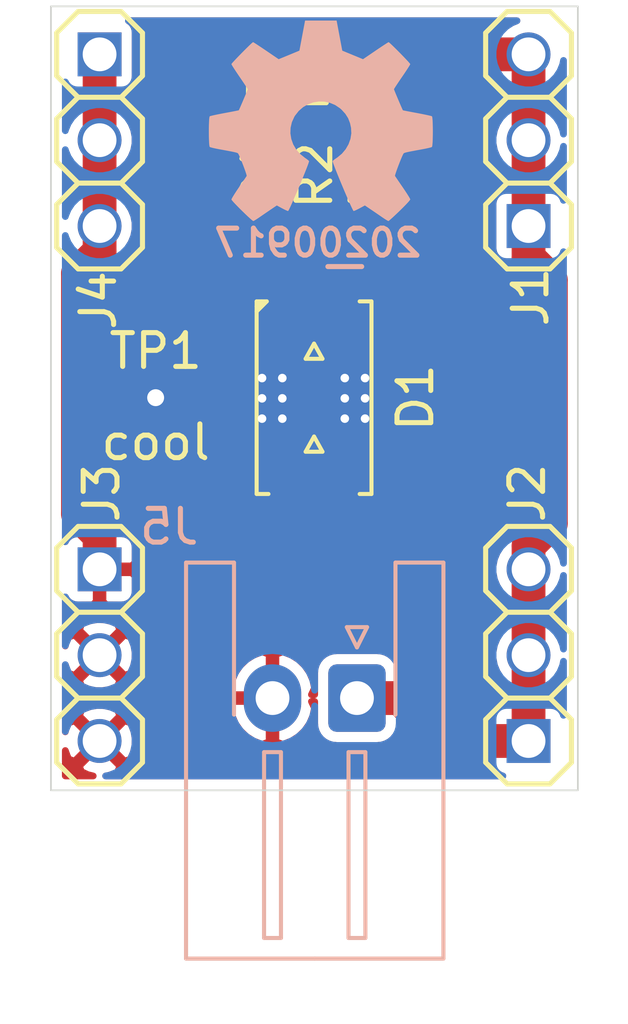
<source format=kicad_pcb>
(kicad_pcb (version 20171130) (host pcbnew 5.1.6-c6e7f7d~87~ubuntu19.10.1)

  (general
    (thickness 1.6)
    (drawings 4)
    (tracks 36)
    (zones 0)
    (modules 12)
    (nets 5)
  )

  (page A4)
  (layers
    (0 F.Cu signal)
    (31 B.Cu signal)
    (32 B.Adhes user)
    (33 F.Adhes user)
    (34 B.Paste user)
    (35 F.Paste user)
    (36 B.SilkS user)
    (37 F.SilkS user)
    (38 B.Mask user)
    (39 F.Mask user)
    (40 Dwgs.User user)
    (41 Cmts.User user)
    (42 Eco1.User user)
    (43 Eco2.User user)
    (44 Edge.Cuts user)
    (45 Margin user)
    (46 B.CrtYd user)
    (47 F.CrtYd user)
    (48 B.Fab user)
    (49 F.Fab user)
  )

  (setup
    (last_trace_width 0.6)
    (user_trace_width 0.2)
    (user_trace_width 0.3)
    (user_trace_width 0.4)
    (user_trace_width 0.6)
    (user_trace_width 0.8)
    (user_trace_width 1)
    (user_trace_width 1.2)
    (user_trace_width 1.4)
    (user_trace_width 1.6)
    (user_trace_width 2)
    (trace_clearance 0.2)
    (zone_clearance 0.3)
    (zone_45_only no)
    (trace_min 0.1524)
    (via_size 0.8)
    (via_drill 0.4)
    (via_min_size 0.381)
    (via_min_drill 0.254)
    (user_via 0.4 0.254)
    (user_via 0.5 0.3)
    (user_via 0.6 0.4)
    (user_via 0.8 0.6)
    (user_via 1.1 0.8)
    (user_via 1.3 1)
    (user_via 1.5 1.2)
    (user_via 1.7 1.4)
    (user_via 1.9 1.6)
    (user_via 2.5 2)
    (uvia_size 0.3)
    (uvia_drill 0.1)
    (uvias_allowed no)
    (uvia_min_size 0.2)
    (uvia_min_drill 0.1)
    (edge_width 0.05)
    (segment_width 0.2)
    (pcb_text_width 0.3)
    (pcb_text_size 1.5 1.5)
    (mod_edge_width 0.12)
    (mod_text_size 0.8 0.8)
    (mod_text_width 0.12)
    (pad_size 1 1)
    (pad_drill 0.5)
    (pad_to_mask_clearance 0.0762)
    (solder_mask_min_width 0.1016)
    (pad_to_paste_clearance_ratio -0.1)
    (aux_axis_origin 0 0)
    (visible_elements FFFFFF7F)
    (pcbplotparams
      (layerselection 0x010fc_ffffffff)
      (usegerberextensions false)
      (usegerberattributes true)
      (usegerberadvancedattributes true)
      (creategerberjobfile true)
      (excludeedgelayer true)
      (linewidth 0.100000)
      (plotframeref false)
      (viasonmask false)
      (mode 1)
      (useauxorigin false)
      (hpglpennumber 1)
      (hpglpenspeed 20)
      (hpglpendiameter 15.000000)
      (psnegative false)
      (psa4output false)
      (plotreference true)
      (plotvalue true)
      (plotinvisibletext false)
      (padsonsilk false)
      (subtractmaskfromsilk false)
      (outputformat 1)
      (mirror false)
      (drillshape 1)
      (scaleselection 1)
      (outputdirectory ""))
  )

  (net 0 "")
  (net 1 /Anode)
  (net 2 "Net-(D1-Pad1)")
  (net 3 /Cathode)
  (net 4 /Cooling)

  (net_class Default "This is the default net class."
    (clearance 0.2)
    (trace_width 0.25)
    (via_dia 0.8)
    (via_drill 0.4)
    (uvia_dia 0.3)
    (uvia_drill 0.1)
    (add_net /Anode)
    (add_net /Cathode)
    (add_net /Cooling)
    (add_net "Net-(D1-Pad1)")
  )

  (module SquantorTestPoints:TestPoint_hole_H05R10 (layer F.Cu) (tedit 5F6349FE) (tstamp 5F63C9D7)
    (at 156.6 68.58)
    (descr "Test point with 0.5mm hole and 1.0mm annular ring")
    (tags "Test Point hole 0.5mm ")
    (path /5F6441A6)
    (fp_text reference TP1 (at 0 -1.38) (layer F.SilkS)
      (effects (font (size 1 1) (thickness 0.15)))
    )
    (fp_text value cool (at 0 1.32) (layer F.SilkS)
      (effects (font (size 1 1) (thickness 0.15)))
    )
    (fp_circle (center 0 0) (end 0.7 0) (layer B.CrtYd) (width 0.12))
    (fp_circle (center 0 0) (end 0.7 0) (layer F.CrtYd) (width 0.12))
    (pad 1 thru_hole circle (at 0 0) (size 1 1) (drill 0.5) (layers *.Cu *.Mask)
      (net 4 /Cooling) (zone_connect 2))
  )

  (module SquantorRcl:R_0603_hand (layer F.Cu) (tedit 5D440259) (tstamp 5F63B915)
    (at 162.9 59.6 90)
    (descr "Resistor SMD 0603, reflow soldering, Vishay (see dcrcw.pdf)")
    (tags "resistor 0603")
    (path /5F637C97)
    (attr smd)
    (fp_text reference R3 (at -2.4 0 90) (layer F.SilkS)
      (effects (font (size 1 1) (thickness 0.15)))
    )
    (fp_text value TBD (at -2.8 0 90) (layer F.Fab)
      (effects (font (size 1 1) (thickness 0.15)))
    )
    (fp_line (start -0.8 0.4) (end -0.8 -0.4) (layer F.Fab) (width 0.1))
    (fp_line (start 0.8 0.4) (end -0.8 0.4) (layer F.Fab) (width 0.1))
    (fp_line (start 0.8 -0.4) (end 0.8 0.4) (layer F.Fab) (width 0.1))
    (fp_line (start -0.8 -0.4) (end 0.8 -0.4) (layer F.Fab) (width 0.1))
    (fp_line (start -1.45 -0.75) (end 1.45 -0.75) (layer F.CrtYd) (width 0.05))
    (fp_line (start -1.45 0.75) (end 1.45 0.75) (layer F.CrtYd) (width 0.05))
    (fp_line (start -1.45 -0.75) (end -1.45 0.75) (layer F.CrtYd) (width 0.05))
    (fp_line (start 1.45 -0.75) (end 1.45 0.75) (layer F.CrtYd) (width 0.05))
    (fp_line (start 0.25 -0.35) (end 0.25 0.35) (layer F.SilkS) (width 0.15))
    (fp_line (start -0.25 0.35) (end -0.25 -0.35) (layer F.SilkS) (width 0.15))
    (fp_line (start -0.25 -0.35) (end 0.25 -0.35) (layer F.SilkS) (width 0.15))
    (fp_line (start 0.25 0.35) (end -0.25 0.35) (layer F.SilkS) (width 0.15))
    (fp_line (start -0.1 0.35) (end -0.1 -0.35) (layer F.SilkS) (width 0.15))
    (fp_line (start -0.1 -0.35) (end 0.1 -0.35) (layer F.SilkS) (width 0.15))
    (fp_line (start 0.1 -0.35) (end 0.1 0.35) (layer F.SilkS) (width 0.15))
    (fp_line (start 0 0.35) (end 0 -0.35) (layer F.SilkS) (width 0.15))
    (pad 2 smd rect (at 0.85 0 90) (size 0.7 0.9) (layers F.Cu F.Paste F.Mask)
      (net 3 /Cathode))
    (pad 1 smd rect (at -0.85 0 90) (size 0.7 0.9) (layers F.Cu F.Paste F.Mask)
      (net 2 "Net-(D1-Pad1)"))
    (model ${KISYS3DMOD}/Resistor_SMD.3dshapes/R_0603_1608Metric.step
      (at (xyz 0 0 0))
      (scale (xyz 1 1 1))
      (rotate (xyz 0 0 0))
    )
  )

  (module SquantorRcl:R_0603_hand (layer F.Cu) (tedit 5D440259) (tstamp 5F63B8FF)
    (at 161.3 59.6 90)
    (descr "Resistor SMD 0603, reflow soldering, Vishay (see dcrcw.pdf)")
    (tags "resistor 0603")
    (path /5F636AEC)
    (attr smd)
    (fp_text reference R2 (at -2.4 0 90) (layer F.SilkS)
      (effects (font (size 1 1) (thickness 0.15)))
    )
    (fp_text value TBD (at -2.8 0 90) (layer F.Fab)
      (effects (font (size 1 1) (thickness 0.15)))
    )
    (fp_line (start -0.8 0.4) (end -0.8 -0.4) (layer F.Fab) (width 0.1))
    (fp_line (start 0.8 0.4) (end -0.8 0.4) (layer F.Fab) (width 0.1))
    (fp_line (start 0.8 -0.4) (end 0.8 0.4) (layer F.Fab) (width 0.1))
    (fp_line (start -0.8 -0.4) (end 0.8 -0.4) (layer F.Fab) (width 0.1))
    (fp_line (start -1.45 -0.75) (end 1.45 -0.75) (layer F.CrtYd) (width 0.05))
    (fp_line (start -1.45 0.75) (end 1.45 0.75) (layer F.CrtYd) (width 0.05))
    (fp_line (start -1.45 -0.75) (end -1.45 0.75) (layer F.CrtYd) (width 0.05))
    (fp_line (start 1.45 -0.75) (end 1.45 0.75) (layer F.CrtYd) (width 0.05))
    (fp_line (start 0.25 -0.35) (end 0.25 0.35) (layer F.SilkS) (width 0.15))
    (fp_line (start -0.25 0.35) (end -0.25 -0.35) (layer F.SilkS) (width 0.15))
    (fp_line (start -0.25 -0.35) (end 0.25 -0.35) (layer F.SilkS) (width 0.15))
    (fp_line (start 0.25 0.35) (end -0.25 0.35) (layer F.SilkS) (width 0.15))
    (fp_line (start -0.1 0.35) (end -0.1 -0.35) (layer F.SilkS) (width 0.15))
    (fp_line (start -0.1 -0.35) (end 0.1 -0.35) (layer F.SilkS) (width 0.15))
    (fp_line (start 0.1 -0.35) (end 0.1 0.35) (layer F.SilkS) (width 0.15))
    (fp_line (start 0 0.35) (end 0 -0.35) (layer F.SilkS) (width 0.15))
    (pad 2 smd rect (at 0.85 0 90) (size 0.7 0.9) (layers F.Cu F.Paste F.Mask)
      (net 3 /Cathode))
    (pad 1 smd rect (at -0.85 0 90) (size 0.7 0.9) (layers F.Cu F.Paste F.Mask)
      (net 2 "Net-(D1-Pad1)"))
    (model ${KISYS3DMOD}/Resistor_SMD.3dshapes/R_0603_1608Metric.step
      (at (xyz 0 0 0))
      (scale (xyz 1 1 1))
      (rotate (xyz 0 0 0))
    )
  )

  (module SquantorRcl:R_0603_hand (layer F.Cu) (tedit 5D440259) (tstamp 5F63B8E9)
    (at 159.7 59.6 90)
    (descr "Resistor SMD 0603, reflow soldering, Vishay (see dcrcw.pdf)")
    (tags "resistor 0603")
    (path /5F639E33)
    (attr smd)
    (fp_text reference R1 (at -2.4 0 90) (layer F.SilkS)
      (effects (font (size 1 1) (thickness 0.15)))
    )
    (fp_text value TBD (at -2.8 0 90) (layer F.Fab)
      (effects (font (size 1 1) (thickness 0.15)))
    )
    (fp_line (start -0.8 0.4) (end -0.8 -0.4) (layer F.Fab) (width 0.1))
    (fp_line (start 0.8 0.4) (end -0.8 0.4) (layer F.Fab) (width 0.1))
    (fp_line (start 0.8 -0.4) (end 0.8 0.4) (layer F.Fab) (width 0.1))
    (fp_line (start -0.8 -0.4) (end 0.8 -0.4) (layer F.Fab) (width 0.1))
    (fp_line (start -1.45 -0.75) (end 1.45 -0.75) (layer F.CrtYd) (width 0.05))
    (fp_line (start -1.45 0.75) (end 1.45 0.75) (layer F.CrtYd) (width 0.05))
    (fp_line (start -1.45 -0.75) (end -1.45 0.75) (layer F.CrtYd) (width 0.05))
    (fp_line (start 1.45 -0.75) (end 1.45 0.75) (layer F.CrtYd) (width 0.05))
    (fp_line (start 0.25 -0.35) (end 0.25 0.35) (layer F.SilkS) (width 0.15))
    (fp_line (start -0.25 0.35) (end -0.25 -0.35) (layer F.SilkS) (width 0.15))
    (fp_line (start -0.25 -0.35) (end 0.25 -0.35) (layer F.SilkS) (width 0.15))
    (fp_line (start 0.25 0.35) (end -0.25 0.35) (layer F.SilkS) (width 0.15))
    (fp_line (start -0.1 0.35) (end -0.1 -0.35) (layer F.SilkS) (width 0.15))
    (fp_line (start -0.1 -0.35) (end 0.1 -0.35) (layer F.SilkS) (width 0.15))
    (fp_line (start 0.1 -0.35) (end 0.1 0.35) (layer F.SilkS) (width 0.15))
    (fp_line (start 0 0.35) (end 0 -0.35) (layer F.SilkS) (width 0.15))
    (pad 2 smd rect (at 0.85 0 90) (size 0.7 0.9) (layers F.Cu F.Paste F.Mask)
      (net 3 /Cathode))
    (pad 1 smd rect (at -0.85 0 90) (size 0.7 0.9) (layers F.Cu F.Paste F.Mask)
      (net 2 "Net-(D1-Pad1)"))
    (model ${KISYS3DMOD}/Resistor_SMD.3dshapes/R_0603_1608Metric.step
      (at (xyz 0 0 0))
      (scale (xyz 1 1 1))
      (rotate (xyz 0 0 0))
    )
  )

  (module Connector_JST:JST_XH_S2B-XH-A-1_1x02_P2.50mm_Horizontal (layer B.Cu) (tedit 5C281476) (tstamp 5F63B8C3)
    (at 162.56 77.47 180)
    (descr "JST XH series connector, S2B-XH-A-1 (http://www.jst-mfg.com/product/pdf/eng/eXH.pdf), generated with kicad-footprint-generator")
    (tags "connector JST XH horizontal")
    (path /5F63DE44)
    (fp_text reference J5 (at 5.56 5.07) (layer B.SilkS)
      (effects (font (size 1 1) (thickness 0.15)) (justify mirror))
    )
    (fp_text value PINS_1X02 (at 1.25 -8.8) (layer B.Fab)
      (effects (font (size 1 1) (thickness 0.15)) (justify mirror))
    )
    (fp_text user %R (at 1.25 -1.85) (layer B.Fab)
      (effects (font (size 1 1) (thickness 0.15)) (justify mirror))
    )
    (fp_line (start -2.95 4.4) (end -2.95 -8.1) (layer B.CrtYd) (width 0.05))
    (fp_line (start -2.95 -8.1) (end 5.45 -8.1) (layer B.CrtYd) (width 0.05))
    (fp_line (start 5.45 -8.1) (end 5.45 4.4) (layer B.CrtYd) (width 0.05))
    (fp_line (start 5.45 4.4) (end -2.95 4.4) (layer B.CrtYd) (width 0.05))
    (fp_line (start 1.25 -7.71) (end -2.56 -7.71) (layer B.SilkS) (width 0.12))
    (fp_line (start -2.56 -7.71) (end -2.56 4.01) (layer B.SilkS) (width 0.12))
    (fp_line (start -2.56 4.01) (end -1.14 4.01) (layer B.SilkS) (width 0.12))
    (fp_line (start -1.14 4.01) (end -1.14 -0.49) (layer B.SilkS) (width 0.12))
    (fp_line (start 1.25 -7.71) (end 5.06 -7.71) (layer B.SilkS) (width 0.12))
    (fp_line (start 5.06 -7.71) (end 5.06 4.01) (layer B.SilkS) (width 0.12))
    (fp_line (start 5.06 4.01) (end 3.64 4.01) (layer B.SilkS) (width 0.12))
    (fp_line (start 3.64 4.01) (end 3.64 -0.49) (layer B.SilkS) (width 0.12))
    (fp_line (start 1.25 -7.6) (end -2.45 -7.6) (layer B.Fab) (width 0.1))
    (fp_line (start -2.45 -7.6) (end -2.45 3.9) (layer B.Fab) (width 0.1))
    (fp_line (start -2.45 3.9) (end -1.25 3.9) (layer B.Fab) (width 0.1))
    (fp_line (start -1.25 3.9) (end -1.25 -0.6) (layer B.Fab) (width 0.1))
    (fp_line (start -1.25 -0.6) (end 1.25 -0.6) (layer B.Fab) (width 0.1))
    (fp_line (start 1.25 -7.6) (end 4.95 -7.6) (layer B.Fab) (width 0.1))
    (fp_line (start 4.95 -7.6) (end 4.95 3.9) (layer B.Fab) (width 0.1))
    (fp_line (start 4.95 3.9) (end 3.75 3.9) (layer B.Fab) (width 0.1))
    (fp_line (start 3.75 3.9) (end 3.75 -0.6) (layer B.Fab) (width 0.1))
    (fp_line (start 3.75 -0.6) (end 1.25 -0.6) (layer B.Fab) (width 0.1))
    (fp_line (start -0.25 -1.6) (end -0.25 -7.1) (layer B.SilkS) (width 0.12))
    (fp_line (start -0.25 -7.1) (end 0.25 -7.1) (layer B.SilkS) (width 0.12))
    (fp_line (start 0.25 -7.1) (end 0.25 -1.6) (layer B.SilkS) (width 0.12))
    (fp_line (start 0.25 -1.6) (end -0.25 -1.6) (layer B.SilkS) (width 0.12))
    (fp_line (start 2.25 -1.6) (end 2.25 -7.1) (layer B.SilkS) (width 0.12))
    (fp_line (start 2.25 -7.1) (end 2.75 -7.1) (layer B.SilkS) (width 0.12))
    (fp_line (start 2.75 -7.1) (end 2.75 -1.6) (layer B.SilkS) (width 0.12))
    (fp_line (start 2.75 -1.6) (end 2.25 -1.6) (layer B.SilkS) (width 0.12))
    (fp_line (start 0 1.5) (end -0.3 2.1) (layer B.SilkS) (width 0.12))
    (fp_line (start -0.3 2.1) (end 0.3 2.1) (layer B.SilkS) (width 0.12))
    (fp_line (start 0.3 2.1) (end 0 1.5) (layer B.SilkS) (width 0.12))
    (fp_line (start -0.625 -0.6) (end 0 0.4) (layer B.Fab) (width 0.1))
    (fp_line (start 0 0.4) (end 0.625 -0.6) (layer B.Fab) (width 0.1))
    (pad 2 thru_hole oval (at 2.5 0 180) (size 1.7 2) (drill 1) (layers *.Cu *.Mask)
      (net 1 /Anode))
    (pad 1 thru_hole roundrect (at 0 0 180) (size 1.7 2) (drill 1) (layers *.Cu *.Mask) (roundrect_rratio 0.147059)
      (net 3 /Cathode))
    (model ${KISYS3DMOD}/Connector_JST.3dshapes/JST_XH_S2B-XH-A-1_1x02_P2.50mm_Horizontal.wrl
      (at (xyz 0 0 0))
      (scale (xyz 1 1 1))
      (rotate (xyz 0 0 0))
    )
  )

  (module SquantorConnectors:Header-0254-1X03-H010 (layer F.Cu) (tedit 5BE2003D) (tstamp 5F63C839)
    (at 154.94 60.96 270)
    (descr "PIN HEADER")
    (tags "PIN HEADER")
    (path /5F624E4B)
    (attr virtual)
    (fp_text reference J4 (at 4.74 0.04 90) (layer F.SilkS)
      (effects (font (size 1 1) (thickness 0.15)))
    )
    (fp_text value PINS_1X03 (at 0 2.1 90) (layer F.Fab)
      (effects (font (size 1 1) (thickness 0.15)))
    )
    (fp_line (start -3.175 -1.27) (end -1.905 -1.27) (layer F.SilkS) (width 0.15))
    (fp_line (start -1.905 -1.27) (end -1.27 -0.635) (layer F.SilkS) (width 0.15))
    (fp_line (start -1.27 -0.635) (end -1.27 0.635) (layer F.SilkS) (width 0.15))
    (fp_line (start -1.27 0.635) (end -1.905 1.27) (layer F.SilkS) (width 0.15))
    (fp_line (start -1.27 -0.635) (end -0.635 -1.27) (layer F.SilkS) (width 0.15))
    (fp_line (start -0.635 -1.27) (end 0.635 -1.27) (layer F.SilkS) (width 0.15))
    (fp_line (start 0.635 -1.27) (end 1.27 -0.635) (layer F.SilkS) (width 0.15))
    (fp_line (start 1.27 -0.635) (end 1.27 0.635) (layer F.SilkS) (width 0.15))
    (fp_line (start 1.27 0.635) (end 0.635 1.27) (layer F.SilkS) (width 0.15))
    (fp_line (start 0.635 1.27) (end -0.635 1.27) (layer F.SilkS) (width 0.15))
    (fp_line (start -0.635 1.27) (end -1.27 0.635) (layer F.SilkS) (width 0.15))
    (fp_line (start -3.81 -0.635) (end -3.81 0.635) (layer F.SilkS) (width 0.15))
    (fp_line (start -3.175 -1.27) (end -3.81 -0.635) (layer F.SilkS) (width 0.15))
    (fp_line (start -3.81 0.635) (end -3.175 1.27) (layer F.SilkS) (width 0.15))
    (fp_line (start -1.905 1.27) (end -3.175 1.27) (layer F.SilkS) (width 0.15))
    (fp_line (start 1.27 -0.635) (end 1.905 -1.27) (layer F.SilkS) (width 0.15))
    (fp_line (start 1.905 -1.27) (end 3.175 -1.27) (layer F.SilkS) (width 0.15))
    (fp_line (start 3.175 -1.27) (end 3.81 -0.635) (layer F.SilkS) (width 0.15))
    (fp_line (start 3.81 -0.635) (end 3.81 0.635) (layer F.SilkS) (width 0.15))
    (fp_line (start 3.81 0.635) (end 3.175 1.27) (layer F.SilkS) (width 0.15))
    (fp_line (start 3.175 1.27) (end 1.905 1.27) (layer F.SilkS) (width 0.15))
    (fp_line (start 1.905 1.27) (end 1.27 0.635) (layer F.SilkS) (width 0.15))
    (pad 3 thru_hole circle (at 2.54 0 90) (size 1.3 1.3) (drill 1) (layers *.Cu *.Mask)
      (net 1 /Anode))
    (pad 2 thru_hole circle (at 0 0 90) (size 1.3 1.3) (drill 1) (layers *.Cu *.Mask)
      (net 1 /Anode))
    (pad 1 thru_hole rect (at -2.54 0 90) (size 1.3 1.3) (drill 1) (layers *.Cu *.Mask)
      (net 1 /Anode))
  )

  (module SquantorConnectors:Header-0254-1X03-H010 (layer F.Cu) (tedit 5BE2003D) (tstamp 5F63B87C)
    (at 154.94 76.2 270)
    (descr "PIN HEADER")
    (tags "PIN HEADER")
    (path /5F62349D)
    (attr virtual)
    (fp_text reference J3 (at -4.8 -0.06 90) (layer F.SilkS)
      (effects (font (size 1 1) (thickness 0.15)))
    )
    (fp_text value PINS_1X03 (at 0 2.1 90) (layer F.Fab)
      (effects (font (size 1 1) (thickness 0.15)))
    )
    (fp_line (start -3.175 -1.27) (end -1.905 -1.27) (layer F.SilkS) (width 0.15))
    (fp_line (start -1.905 -1.27) (end -1.27 -0.635) (layer F.SilkS) (width 0.15))
    (fp_line (start -1.27 -0.635) (end -1.27 0.635) (layer F.SilkS) (width 0.15))
    (fp_line (start -1.27 0.635) (end -1.905 1.27) (layer F.SilkS) (width 0.15))
    (fp_line (start -1.27 -0.635) (end -0.635 -1.27) (layer F.SilkS) (width 0.15))
    (fp_line (start -0.635 -1.27) (end 0.635 -1.27) (layer F.SilkS) (width 0.15))
    (fp_line (start 0.635 -1.27) (end 1.27 -0.635) (layer F.SilkS) (width 0.15))
    (fp_line (start 1.27 -0.635) (end 1.27 0.635) (layer F.SilkS) (width 0.15))
    (fp_line (start 1.27 0.635) (end 0.635 1.27) (layer F.SilkS) (width 0.15))
    (fp_line (start 0.635 1.27) (end -0.635 1.27) (layer F.SilkS) (width 0.15))
    (fp_line (start -0.635 1.27) (end -1.27 0.635) (layer F.SilkS) (width 0.15))
    (fp_line (start -3.81 -0.635) (end -3.81 0.635) (layer F.SilkS) (width 0.15))
    (fp_line (start -3.175 -1.27) (end -3.81 -0.635) (layer F.SilkS) (width 0.15))
    (fp_line (start -3.81 0.635) (end -3.175 1.27) (layer F.SilkS) (width 0.15))
    (fp_line (start -1.905 1.27) (end -3.175 1.27) (layer F.SilkS) (width 0.15))
    (fp_line (start 1.27 -0.635) (end 1.905 -1.27) (layer F.SilkS) (width 0.15))
    (fp_line (start 1.905 -1.27) (end 3.175 -1.27) (layer F.SilkS) (width 0.15))
    (fp_line (start 3.175 -1.27) (end 3.81 -0.635) (layer F.SilkS) (width 0.15))
    (fp_line (start 3.81 -0.635) (end 3.81 0.635) (layer F.SilkS) (width 0.15))
    (fp_line (start 3.81 0.635) (end 3.175 1.27) (layer F.SilkS) (width 0.15))
    (fp_line (start 3.175 1.27) (end 1.905 1.27) (layer F.SilkS) (width 0.15))
    (fp_line (start 1.905 1.27) (end 1.27 0.635) (layer F.SilkS) (width 0.15))
    (pad 3 thru_hole circle (at 2.54 0 90) (size 1.3 1.3) (drill 1) (layers *.Cu *.Mask)
      (net 1 /Anode))
    (pad 2 thru_hole circle (at 0 0 90) (size 1.3 1.3) (drill 1) (layers *.Cu *.Mask)
      (net 1 /Anode))
    (pad 1 thru_hole rect (at -2.54 0 90) (size 1.3 1.3) (drill 1) (layers *.Cu *.Mask)
      (net 1 /Anode))
  )

  (module SquantorConnectors:Header-0254-1X03-H010 (layer F.Cu) (tedit 5BE2003D) (tstamp 5F63B85F)
    (at 167.64 76.2 90)
    (descr "PIN HEADER")
    (tags "PIN HEADER")
    (path /5F6224F3)
    (attr virtual)
    (fp_text reference J2 (at 4.8 -0.04 90) (layer F.SilkS)
      (effects (font (size 1 1) (thickness 0.15)))
    )
    (fp_text value PINS_1X03 (at 0 2.1 90) (layer F.Fab)
      (effects (font (size 1 1) (thickness 0.15)))
    )
    (fp_line (start -3.175 -1.27) (end -1.905 -1.27) (layer F.SilkS) (width 0.15))
    (fp_line (start -1.905 -1.27) (end -1.27 -0.635) (layer F.SilkS) (width 0.15))
    (fp_line (start -1.27 -0.635) (end -1.27 0.635) (layer F.SilkS) (width 0.15))
    (fp_line (start -1.27 0.635) (end -1.905 1.27) (layer F.SilkS) (width 0.15))
    (fp_line (start -1.27 -0.635) (end -0.635 -1.27) (layer F.SilkS) (width 0.15))
    (fp_line (start -0.635 -1.27) (end 0.635 -1.27) (layer F.SilkS) (width 0.15))
    (fp_line (start 0.635 -1.27) (end 1.27 -0.635) (layer F.SilkS) (width 0.15))
    (fp_line (start 1.27 -0.635) (end 1.27 0.635) (layer F.SilkS) (width 0.15))
    (fp_line (start 1.27 0.635) (end 0.635 1.27) (layer F.SilkS) (width 0.15))
    (fp_line (start 0.635 1.27) (end -0.635 1.27) (layer F.SilkS) (width 0.15))
    (fp_line (start -0.635 1.27) (end -1.27 0.635) (layer F.SilkS) (width 0.15))
    (fp_line (start -3.81 -0.635) (end -3.81 0.635) (layer F.SilkS) (width 0.15))
    (fp_line (start -3.175 -1.27) (end -3.81 -0.635) (layer F.SilkS) (width 0.15))
    (fp_line (start -3.81 0.635) (end -3.175 1.27) (layer F.SilkS) (width 0.15))
    (fp_line (start -1.905 1.27) (end -3.175 1.27) (layer F.SilkS) (width 0.15))
    (fp_line (start 1.27 -0.635) (end 1.905 -1.27) (layer F.SilkS) (width 0.15))
    (fp_line (start 1.905 -1.27) (end 3.175 -1.27) (layer F.SilkS) (width 0.15))
    (fp_line (start 3.175 -1.27) (end 3.81 -0.635) (layer F.SilkS) (width 0.15))
    (fp_line (start 3.81 -0.635) (end 3.81 0.635) (layer F.SilkS) (width 0.15))
    (fp_line (start 3.81 0.635) (end 3.175 1.27) (layer F.SilkS) (width 0.15))
    (fp_line (start 3.175 1.27) (end 1.905 1.27) (layer F.SilkS) (width 0.15))
    (fp_line (start 1.905 1.27) (end 1.27 0.635) (layer F.SilkS) (width 0.15))
    (pad 3 thru_hole circle (at 2.54 0 270) (size 1.3 1.3) (drill 1) (layers *.Cu *.Mask)
      (net 3 /Cathode))
    (pad 2 thru_hole circle (at 0 0 270) (size 1.3 1.3) (drill 1) (layers *.Cu *.Mask)
      (net 3 /Cathode))
    (pad 1 thru_hole rect (at -2.54 0 270) (size 1.3 1.3) (drill 1) (layers *.Cu *.Mask)
      (net 3 /Cathode))
  )

  (module SquantorConnectors:Header-0254-1X03-H010 (layer F.Cu) (tedit 5BE2003D) (tstamp 5F63B842)
    (at 167.64 60.96 90)
    (descr "PIN HEADER")
    (tags "PIN HEADER")
    (path /5F6222BB)
    (attr virtual)
    (fp_text reference J1 (at -4.64 0.06 90) (layer F.SilkS)
      (effects (font (size 1 1) (thickness 0.15)))
    )
    (fp_text value PINS_1X03 (at 0 2.1 90) (layer F.Fab)
      (effects (font (size 1 1) (thickness 0.15)))
    )
    (fp_line (start -3.175 -1.27) (end -1.905 -1.27) (layer F.SilkS) (width 0.15))
    (fp_line (start -1.905 -1.27) (end -1.27 -0.635) (layer F.SilkS) (width 0.15))
    (fp_line (start -1.27 -0.635) (end -1.27 0.635) (layer F.SilkS) (width 0.15))
    (fp_line (start -1.27 0.635) (end -1.905 1.27) (layer F.SilkS) (width 0.15))
    (fp_line (start -1.27 -0.635) (end -0.635 -1.27) (layer F.SilkS) (width 0.15))
    (fp_line (start -0.635 -1.27) (end 0.635 -1.27) (layer F.SilkS) (width 0.15))
    (fp_line (start 0.635 -1.27) (end 1.27 -0.635) (layer F.SilkS) (width 0.15))
    (fp_line (start 1.27 -0.635) (end 1.27 0.635) (layer F.SilkS) (width 0.15))
    (fp_line (start 1.27 0.635) (end 0.635 1.27) (layer F.SilkS) (width 0.15))
    (fp_line (start 0.635 1.27) (end -0.635 1.27) (layer F.SilkS) (width 0.15))
    (fp_line (start -0.635 1.27) (end -1.27 0.635) (layer F.SilkS) (width 0.15))
    (fp_line (start -3.81 -0.635) (end -3.81 0.635) (layer F.SilkS) (width 0.15))
    (fp_line (start -3.175 -1.27) (end -3.81 -0.635) (layer F.SilkS) (width 0.15))
    (fp_line (start -3.81 0.635) (end -3.175 1.27) (layer F.SilkS) (width 0.15))
    (fp_line (start -1.905 1.27) (end -3.175 1.27) (layer F.SilkS) (width 0.15))
    (fp_line (start 1.27 -0.635) (end 1.905 -1.27) (layer F.SilkS) (width 0.15))
    (fp_line (start 1.905 -1.27) (end 3.175 -1.27) (layer F.SilkS) (width 0.15))
    (fp_line (start 3.175 -1.27) (end 3.81 -0.635) (layer F.SilkS) (width 0.15))
    (fp_line (start 3.81 -0.635) (end 3.81 0.635) (layer F.SilkS) (width 0.15))
    (fp_line (start 3.81 0.635) (end 3.175 1.27) (layer F.SilkS) (width 0.15))
    (fp_line (start 3.175 1.27) (end 1.905 1.27) (layer F.SilkS) (width 0.15))
    (fp_line (start 1.905 1.27) (end 1.27 0.635) (layer F.SilkS) (width 0.15))
    (pad 3 thru_hole circle (at 2.54 0 270) (size 1.3 1.3) (drill 1) (layers *.Cu *.Mask)
      (net 3 /Cathode))
    (pad 2 thru_hole circle (at 0 0 270) (size 1.3 1.3) (drill 1) (layers *.Cu *.Mask)
      (net 3 /Cathode))
    (pad 1 thru_hole rect (at -2.54 0 270) (size 1.3 1.3) (drill 1) (layers *.Cu *.Mask)
      (net 3 /Cathode))
  )

  (module SquantorDiodes:LED_5630 (layer F.Cu) (tedit 5F6342F4) (tstamp 5F63B825)
    (at 161.29 68.58 270)
    (path /5F621FD7)
    (solder_paste_ratio -0.05)
    (fp_text reference D1 (at 0 -3 90) (layer F.SilkS)
      (effects (font (size 1 1) (thickness 0.15)))
    )
    (fp_text value LED (at 0 3 90) (layer F.Fab)
      (effects (font (size 1 1) (thickness 0.15)))
    )
    (fp_arc (start 2.1 1.05) (end 2.1 1.35) (angle -90) (layer F.Fab) (width 0.1))
    (fp_arc (start 2.1 -1.05) (end 2.4 -1.05) (angle -90) (layer F.Fab) (width 0.1))
    (fp_arc (start -2.1 -1.05) (end -2.1 -1.35) (angle -90) (layer F.Fab) (width 0.1))
    (fp_arc (start -2.1 1.05) (end -2.4 1.05) (angle -90) (layer F.Fab) (width 0.1))
    (fp_poly (pts (xy 0.8 -0.15) (xy 0.15 -0.15) (xy 0.15 -0.55) (xy 0.8 -0.55)) (layer F.Paste) (width 0.1))
    (fp_poly (pts (xy 0.8 0.55) (xy 0.15 0.55) (xy 0.15 0.15) (xy 0.8 0.15)) (layer F.Paste) (width 0.1))
    (fp_poly (pts (xy -0.15 0.55) (xy -0.8 0.55) (xy -0.8 0.15) (xy -0.15 0.15)) (layer F.Paste) (width 0.1))
    (fp_poly (pts (xy -0.15 -0.15) (xy -0.8 -0.15) (xy -0.8 -0.55) (xy -0.15 -0.55)) (layer F.Paste) (width 0.1))
    (fp_poly (pts (xy 0.85 0.6) (xy -0.85 0.6) (xy -0.85 -0.6) (xy 0.85 -0.6)) (layer F.Mask) (width 0.1))
    (fp_line (start -2.65 -1.5) (end 2.65 -1.5) (layer F.Fab) (width 0.1))
    (fp_line (start 2.65 -1.5) (end 2.65 1.5) (layer F.Fab) (width 0.1))
    (fp_line (start -2.65 1.5) (end -2.65 -1.5) (layer F.Fab) (width 0.1))
    (fp_line (start -2.65 1.5) (end 2.65 1.5) (layer F.Fab) (width 0.1))
    (fp_line (start -2.65 1.1) (end -2.25 1.5) (layer F.Fab) (width 0.1))
    (fp_line (start -2.1 -1.35) (end 2.1 -1.35) (layer F.Fab) (width 0.1))
    (fp_line (start 2.4 -1.05) (end 2.4 1.05) (layer F.Fab) (width 0.1))
    (fp_line (start -2.4 -1.05) (end -2.4 1.05) (layer F.Fab) (width 0.1))
    (fp_line (start -2.1 1.35) (end 2.1 1.35) (layer F.Fab) (width 0.1))
    (fp_line (start -2.85 1.4) (end -2.85 1.7) (layer F.SilkS) (width 0.12))
    (fp_line (start -2.85 1.7) (end 2.85 1.7) (layer F.SilkS) (width 0.12))
    (fp_line (start 2.85 -1.7) (end -2.85 -1.7) (layer F.SilkS) (width 0.12))
    (fp_line (start -2.85 -1.7) (end -2.85 -1.35) (layer F.SilkS) (width 0.12))
    (fp_line (start 2.85 -1.7) (end 2.85 -1.35) (layer F.SilkS) (width 0.12))
    (fp_line (start 2.85 1.35) (end 2.85 1.7) (layer F.SilkS) (width 0.12))
    (fp_line (start -2.85 1.4) (end -2.55 1.7) (layer F.SilkS) (width 0.12))
    (fp_line (start -2.85 1.55) (end -2.7 1.7) (layer F.SilkS) (width 0.12))
    (fp_line (start -1.6 0) (end -1.15 -0.25) (layer F.SilkS) (width 0.12))
    (fp_line (start -1.15 -0.25) (end -1.15 0.25) (layer F.SilkS) (width 0.12))
    (fp_line (start -1.15 0.25) (end -1.6 0) (layer F.SilkS) (width 0.12))
    (fp_line (start 1.6 -0.25) (end 1.6 0.25) (layer F.SilkS) (width 0.12))
    (fp_line (start 1.15 0) (end 1.6 -0.25) (layer F.SilkS) (width 0.12))
    (fp_line (start 1.6 0.25) (end 1.15 0) (layer F.SilkS) (width 0.12))
    (fp_line (start -3.2 -1.9) (end -3.2 1.9) (layer B.CrtYd) (width 0.025))
    (fp_line (start -3.2 1.9) (end 3.2 1.9) (layer B.CrtYd) (width 0.025))
    (fp_line (start -3.2 -1.9) (end 3.2 -1.9) (layer B.CrtYd) (width 0.025))
    (fp_line (start 3.2 -1.9) (end 3.2 1.9) (layer B.CrtYd) (width 0.025))
    (pad 2 smd rect (at 2.4 -0.7 270) (size 1.2 1) (layers F.Cu F.Paste F.Mask)
      (net 1 /Anode) (zone_connect 2))
    (pad 2 smd rect (at 2.4 0.7 270) (size 1.2 1) (layers F.Cu F.Paste F.Mask)
      (net 1 /Anode) (zone_connect 2))
    (pad 1 smd rect (at -2.4 0.7 270) (size 1.2 1) (layers F.Cu F.Paste F.Mask)
      (net 2 "Net-(D1-Pad1)") (zone_connect 2))
    (pad 1 smd rect (at -2.4 -0.7 270) (size 1.2 1) (layers F.Cu F.Paste F.Mask)
      (net 2 "Net-(D1-Pad1)") (zone_connect 2))
    (pad 3 smd rect (at 0 0 270) (size 1.8 3) (layers F.Cu)
      (net 4 /Cooling) (zone_connect 2))
  )

  (module Symbol:OSHW-Symbol_6.7x6mm_SilkScreen (layer B.Cu) (tedit 0) (tstamp 5EE12086)
    (at 161.5 60.4 180)
    (descr "Open Source Hardware Symbol")
    (tags "Logo Symbol OSHW")
    (path /5EE13678)
    (attr virtual)
    (fp_text reference N2 (at 0 0) (layer B.SilkS) hide
      (effects (font (size 1 1) (thickness 0.15)) (justify mirror))
    )
    (fp_text value OHWLOGO (at 0.75 0) (layer B.Fab) hide
      (effects (font (size 1 1) (thickness 0.15)) (justify mirror))
    )
    (fp_poly (pts (xy 0.555814 2.531069) (xy 0.639635 2.086445) (xy 0.94892 1.958947) (xy 1.258206 1.831449)
      (xy 1.629246 2.083754) (xy 1.733157 2.154004) (xy 1.827087 2.216728) (xy 1.906652 2.269062)
      (xy 1.96747 2.308143) (xy 2.005157 2.331107) (xy 2.015421 2.336058) (xy 2.03391 2.323324)
      (xy 2.07342 2.288118) (xy 2.129522 2.234938) (xy 2.197787 2.168282) (xy 2.273786 2.092646)
      (xy 2.353092 2.012528) (xy 2.431275 1.932426) (xy 2.503907 1.856836) (xy 2.566559 1.790255)
      (xy 2.614803 1.737182) (xy 2.64421 1.702113) (xy 2.651241 1.690377) (xy 2.641123 1.66874)
      (xy 2.612759 1.621338) (xy 2.569129 1.552807) (xy 2.513218 1.467785) (xy 2.448006 1.370907)
      (xy 2.410219 1.31565) (xy 2.341343 1.214752) (xy 2.28014 1.123701) (xy 2.229578 1.04703)
      (xy 2.192628 0.989272) (xy 2.172258 0.954957) (xy 2.169197 0.947746) (xy 2.176136 0.927252)
      (xy 2.195051 0.879487) (xy 2.223087 0.811168) (xy 2.257391 0.729011) (xy 2.295109 0.63973)
      (xy 2.333387 0.550042) (xy 2.36937 0.466662) (xy 2.400206 0.396306) (xy 2.423039 0.34569)
      (xy 2.435017 0.321529) (xy 2.435724 0.320578) (xy 2.454531 0.315964) (xy 2.504618 0.305672)
      (xy 2.580793 0.290713) (xy 2.677865 0.272099) (xy 2.790643 0.250841) (xy 2.856442 0.238582)
      (xy 2.97695 0.215638) (xy 3.085797 0.193805) (xy 3.177476 0.174278) (xy 3.246481 0.158252)
      (xy 3.287304 0.146921) (xy 3.295511 0.143326) (xy 3.303548 0.118994) (xy 3.310033 0.064041)
      (xy 3.31497 -0.015108) (xy 3.318364 -0.112026) (xy 3.320218 -0.220287) (xy 3.320538 -0.333465)
      (xy 3.319327 -0.445135) (xy 3.31659 -0.548868) (xy 3.312331 -0.638241) (xy 3.306555 -0.706826)
      (xy 3.299267 -0.748197) (xy 3.294895 -0.75681) (xy 3.268764 -0.767133) (xy 3.213393 -0.781892)
      (xy 3.136107 -0.799352) (xy 3.04423 -0.81778) (xy 3.012158 -0.823741) (xy 2.857524 -0.852066)
      (xy 2.735375 -0.874876) (xy 2.641673 -0.89308) (xy 2.572384 -0.907583) (xy 2.523471 -0.919292)
      (xy 2.490897 -0.929115) (xy 2.470628 -0.937956) (xy 2.458626 -0.946724) (xy 2.456947 -0.948457)
      (xy 2.440184 -0.976371) (xy 2.414614 -1.030695) (xy 2.382788 -1.104777) (xy 2.34726 -1.191965)
      (xy 2.310583 -1.285608) (xy 2.275311 -1.379052) (xy 2.243996 -1.465647) (xy 2.219193 -1.53874)
      (xy 2.203454 -1.591678) (xy 2.199332 -1.617811) (xy 2.199676 -1.618726) (xy 2.213641 -1.640086)
      (xy 2.245322 -1.687084) (xy 2.291391 -1.754827) (xy 2.348518 -1.838423) (xy 2.413373 -1.932982)
      (xy 2.431843 -1.959854) (xy 2.497699 -2.057275) (xy 2.55565 -2.146163) (xy 2.602538 -2.221412)
      (xy 2.635207 -2.27792) (xy 2.6505 -2.310581) (xy 2.651241 -2.314593) (xy 2.638392 -2.335684)
      (xy 2.602888 -2.377464) (xy 2.549293 -2.435445) (xy 2.482171 -2.505135) (xy 2.406087 -2.582045)
      (xy 2.325604 -2.661683) (xy 2.245287 -2.739561) (xy 2.169699 -2.811186) (xy 2.103405 -2.87207)
      (xy 2.050969 -2.917721) (xy 2.016955 -2.94365) (xy 2.007545 -2.947883) (xy 1.985643 -2.937912)
      (xy 1.9408 -2.91102) (xy 1.880321 -2.871736) (xy 1.833789 -2.840117) (xy 1.749475 -2.782098)
      (xy 1.649626 -2.713784) (xy 1.549473 -2.645579) (xy 1.495627 -2.609075) (xy 1.313371 -2.4858)
      (xy 1.160381 -2.56852) (xy 1.090682 -2.604759) (xy 1.031414 -2.632926) (xy 0.991311 -2.648991)
      (xy 0.981103 -2.651226) (xy 0.968829 -2.634722) (xy 0.944613 -2.588082) (xy 0.910263 -2.515609)
      (xy 0.867588 -2.421606) (xy 0.818394 -2.310374) (xy 0.76449 -2.186215) (xy 0.707684 -2.053432)
      (xy 0.649782 -1.916327) (xy 0.592593 -1.779202) (xy 0.537924 -1.646358) (xy 0.487584 -1.522098)
      (xy 0.44338 -1.410725) (xy 0.407119 -1.316539) (xy 0.380609 -1.243844) (xy 0.365658 -1.196941)
      (xy 0.363254 -1.180833) (xy 0.382311 -1.160286) (xy 0.424036 -1.126933) (xy 0.479706 -1.087702)
      (xy 0.484378 -1.084599) (xy 0.628264 -0.969423) (xy 0.744283 -0.835053) (xy 0.83143 -0.685784)
      (xy 0.888699 -0.525913) (xy 0.915086 -0.359737) (xy 0.909585 -0.191552) (xy 0.87119 -0.025655)
      (xy 0.798895 0.133658) (xy 0.777626 0.168513) (xy 0.666996 0.309263) (xy 0.536302 0.422286)
      (xy 0.390064 0.506997) (xy 0.232808 0.562806) (xy 0.069057 0.589126) (xy -0.096667 0.58537)
      (xy -0.259838 0.55095) (xy -0.415935 0.485277) (xy -0.560433 0.387765) (xy -0.605131 0.348187)
      (xy -0.718888 0.224297) (xy -0.801782 0.093876) (xy -0.858644 -0.052315) (xy -0.890313 -0.197088)
      (xy -0.898131 -0.35986) (xy -0.872062 -0.52344) (xy -0.814755 -0.682298) (xy -0.728856 -0.830906)
      (xy -0.617014 -0.963735) (xy -0.481877 -1.075256) (xy -0.464117 -1.087011) (xy -0.40785 -1.125508)
      (xy -0.365077 -1.158863) (xy -0.344628 -1.18016) (xy -0.344331 -1.180833) (xy -0.348721 -1.203871)
      (xy -0.366124 -1.256157) (xy -0.394732 -1.33339) (xy -0.432735 -1.431268) (xy -0.478326 -1.545491)
      (xy -0.529697 -1.671758) (xy -0.585038 -1.805767) (xy -0.642542 -1.943218) (xy -0.700399 -2.079808)
      (xy -0.756802 -2.211237) (xy -0.809942 -2.333205) (xy -0.85801 -2.441409) (xy -0.899199 -2.531549)
      (xy -0.931699 -2.599323) (xy -0.953703 -2.64043) (xy -0.962564 -2.651226) (xy -0.98964 -2.642819)
      (xy -1.040303 -2.620272) (xy -1.105817 -2.587613) (xy -1.141841 -2.56852) (xy -1.294832 -2.4858)
      (xy -1.477088 -2.609075) (xy -1.570125 -2.672228) (xy -1.671985 -2.741727) (xy -1.767438 -2.807165)
      (xy -1.81525 -2.840117) (xy -1.882495 -2.885273) (xy -1.939436 -2.921057) (xy -1.978646 -2.942938)
      (xy -1.991381 -2.947563) (xy -2.009917 -2.935085) (xy -2.050941 -2.900252) (xy -2.110475 -2.846678)
      (xy -2.184542 -2.777983) (xy -2.269165 -2.697781) (xy -2.322685 -2.646286) (xy -2.416319 -2.554286)
      (xy -2.497241 -2.471999) (xy -2.562177 -2.402945) (xy -2.607858 -2.350644) (xy -2.631011 -2.318616)
      (xy -2.633232 -2.312116) (xy -2.622924 -2.287394) (xy -2.594439 -2.237405) (xy -2.550937 -2.167212)
      (xy -2.495577 -2.081875) (xy -2.43152 -1.986456) (xy -2.413303 -1.959854) (xy -2.346927 -1.863167)
      (xy -2.287378 -1.776117) (xy -2.237984 -1.703595) (xy -2.202075 -1.650493) (xy -2.182981 -1.621703)
      (xy -2.181136 -1.618726) (xy -2.183895 -1.595782) (xy -2.198538 -1.545336) (xy -2.222513 -1.474041)
      (xy -2.253266 -1.388547) (xy -2.288244 -1.295507) (xy -2.324893 -1.201574) (xy -2.360661 -1.113399)
      (xy -2.392994 -1.037634) (xy -2.419338 -0.980931) (xy -2.437142 -0.949943) (xy -2.438407 -0.948457)
      (xy -2.449294 -0.939601) (xy -2.467682 -0.930843) (xy -2.497606 -0.921277) (xy -2.543103 -0.909996)
      (xy -2.608209 -0.896093) (xy -2.696961 -0.878663) (xy -2.813393 -0.856798) (xy -2.961542 -0.829591)
      (xy -2.993618 -0.823741) (xy -3.088686 -0.805374) (xy -3.171565 -0.787405) (xy -3.23493 -0.771569)
      (xy -3.271458 -0.7596) (xy -3.276356 -0.75681) (xy -3.284427 -0.732072) (xy -3.290987 -0.67679)
      (xy -3.296033 -0.597389) (xy -3.299559 -0.500296) (xy -3.301561 -0.391938) (xy -3.302036 -0.27874)
      (xy -3.300977 -0.167128) (xy -3.298382 -0.063529) (xy -3.294246 0.025632) (xy -3.288563 0.093928)
      (xy -3.281331 0.134934) (xy -3.276971 0.143326) (xy -3.252698 0.151792) (xy -3.197426 0.165565)
      (xy -3.116662 0.18345) (xy -3.015912 0.204252) (xy -2.900683 0.226777) (xy -2.837902 0.238582)
      (xy -2.718787 0.260849) (xy -2.612565 0.281021) (xy -2.524427 0.298085) (xy -2.459566 0.311031)
      (xy -2.423174 0.318845) (xy -2.417184 0.320578) (xy -2.407061 0.34011) (xy -2.385662 0.387157)
      (xy -2.355839 0.454997) (xy -2.320445 0.536909) (xy -2.282332 0.626172) (xy -2.244353 0.716065)
      (xy -2.20936 0.799865) (xy -2.180206 0.870853) (xy -2.159743 0.922306) (xy -2.150823 0.947503)
      (xy -2.150657 0.948604) (xy -2.160769 0.968481) (xy -2.189117 1.014223) (xy -2.232723 1.081283)
      (xy -2.288606 1.165116) (xy -2.353787 1.261174) (xy -2.391679 1.31635) (xy -2.460725 1.417519)
      (xy -2.52205 1.50937) (xy -2.572663 1.587256) (xy -2.609571 1.646531) (xy -2.629782 1.682549)
      (xy -2.632701 1.690623) (xy -2.620153 1.709416) (xy -2.585463 1.749543) (xy -2.533063 1.806507)
      (xy -2.467384 1.875815) (xy -2.392856 1.952969) (xy -2.313913 2.033475) (xy -2.234983 2.112837)
      (xy -2.1605 2.18656) (xy -2.094894 2.250148) (xy -2.042596 2.299106) (xy -2.008039 2.328939)
      (xy -1.996478 2.336058) (xy -1.977654 2.326047) (xy -1.932631 2.297922) (xy -1.865787 2.254546)
      (xy -1.781499 2.198782) (xy -1.684144 2.133494) (xy -1.610707 2.083754) (xy -1.239667 1.831449)
      (xy -0.621095 2.086445) (xy -0.537275 2.531069) (xy -0.453454 2.975693) (xy 0.471994 2.975693)
      (xy 0.555814 2.531069)) (layer B.SilkS) (width 0.01))
  )

  (module SquantorLabels:Label_Generic (layer B.Cu) (tedit 5D8A7D4C) (tstamp 5EE12051)
    (at 162.2 64.1 180)
    (descr "Label for general purpose use")
    (tags Label)
    (path /5EE12BF3)
    (attr smd)
    (fp_text reference N1 (at 0 -1.85) (layer B.Fab) hide
      (effects (font (size 1 1) (thickness 0.15)) (justify mirror))
    )
    (fp_text value 20200917 (at 0.8 0.1) (layer B.SilkS)
      (effects (font (size 0.8 0.8) (thickness 0.15)) (justify mirror))
    )
    (fp_line (start -0.5 -0.6) (end 0.5 -0.6) (layer B.SilkS) (width 0.15))
  )

  (gr_line (start 153.5 80.2) (end 153.5 57) (layer Edge.Cuts) (width 0.05) (tstamp 5F63C29D))
  (gr_line (start 169.1 80.2) (end 153.5 80.2) (layer Edge.Cuts) (width 0.05))
  (gr_line (start 169.1 57) (end 169.1 80.2) (layer Edge.Cuts) (width 0.05))
  (gr_line (start 153.5 57) (end 169.1 57) (layer Edge.Cuts) (width 0.05))

  (via (at 160.35 69.2) (size 0.4) (drill 0.254) (layers F.Cu B.Cu) (net 4))
  (via (at 159.75 69.2) (size 0.4) (drill 0.254) (layers F.Cu B.Cu) (net 4))
  (via (at 160.35 68) (size 0.4) (drill 0.254) (layers F.Cu B.Cu) (net 4))
  (via (at 159.75 68.6) (size 0.4) (drill 0.254) (layers F.Cu B.Cu) (net 4))
  (via (at 159.75 68) (size 0.4) (drill 0.254) (layers F.Cu B.Cu) (net 4))
  (segment (start 154.94 63.5) (end 154.94 60.96) (width 1) (layer F.Cu) (net 1))
  (segment (start 154.94 60.96) (end 154.94 58.42) (width 1) (layer F.Cu) (net 1))
  (segment (start 154.94 72.66) (end 154.94 73.66) (width 1) (layer F.Cu) (net 1))
  (segment (start 154.3 72.02) (end 154.94 72.66) (width 1) (layer F.Cu) (net 1))
  (segment (start 154.3 64.9) (end 154.3 72.02) (width 1) (layer F.Cu) (net 1))
  (segment (start 154.94 63.5) (end 154.94 64.26) (width 1) (layer F.Cu) (net 1))
  (segment (start 154.94 64.26) (end 154.3 64.9) (width 1) (layer F.Cu) (net 1))
  (segment (start 162.56 77.47) (end 163.83 77.47) (width 1) (layer F.Cu) (net 3))
  (segment (start 165.1 78.74) (end 167.64 78.74) (width 1) (layer F.Cu) (net 3))
  (segment (start 163.83 77.47) (end 165.1 78.74) (width 1) (layer F.Cu) (net 3))
  (segment (start 167.64 78.74) (end 167.64 76.2) (width 1) (layer F.Cu) (net 3))
  (segment (start 167.64 76.2) (end 167.64 73.66) (width 1) (layer F.Cu) (net 3))
  (segment (start 167.64 63.5) (end 167.64 60.96) (width 1) (layer F.Cu) (net 3))
  (segment (start 167.64 60.96) (end 167.64 58.42) (width 1) (layer F.Cu) (net 3))
  (segment (start 167.64 64.44) (end 167.64 63.5) (width 1) (layer F.Cu) (net 3))
  (segment (start 168.3 72.3) (end 168.3 65.1) (width 1) (layer F.Cu) (net 3))
  (segment (start 167.64 73.66) (end 167.64 72.96) (width 1) (layer F.Cu) (net 3))
  (segment (start 168.3 65.1) (end 167.64 64.44) (width 1) (layer F.Cu) (net 3))
  (segment (start 167.64 72.96) (end 168.3 72.3) (width 1) (layer F.Cu) (net 3))
  (segment (start 159.7 58.75) (end 161.3 58.75) (width 0.6) (layer F.Cu) (net 3))
  (segment (start 161.3 58.75) (end 162.9 58.75) (width 0.6) (layer F.Cu) (net 3))
  (segment (start 167.64 58.42) (end 164.22 58.42) (width 1) (layer F.Cu) (net 3))
  (segment (start 163.89 58.75) (end 164.22 58.42) (width 0.6) (layer F.Cu) (net 3))
  (segment (start 162.9 58.75) (end 163.89 58.75) (width 0.6) (layer F.Cu) (net 3))
  (via (at 160.35 68.6) (size 0.4) (drill 0.254) (layers F.Cu B.Cu) (net 4) (tstamp 5F63E7E5))
  (via (at 162.2 68) (size 0.4) (drill 0.254) (layers F.Cu B.Cu) (net 4) (tstamp 5F63E933))
  (via (at 162.8 69.2) (size 0.4) (drill 0.254) (layers F.Cu B.Cu) (net 4) (tstamp 5F63E934))
  (via (at 162.2 69.2) (size 0.4) (drill 0.254) (layers F.Cu B.Cu) (net 4) (tstamp 5F63E935))
  (via (at 162.2 68.6) (size 0.4) (drill 0.254) (layers F.Cu B.Cu) (net 4) (tstamp 5F63E936))
  (via (at 162.8 68.6) (size 0.4) (drill 0.254) (layers F.Cu B.Cu) (net 4) (tstamp 5F63E937))
  (via (at 162.8 68) (size 0.4) (drill 0.254) (layers F.Cu B.Cu) (net 4) (tstamp 5F63E938))

  (zone (net 1) (net_name /Anode) (layer F.Cu) (tstamp 5F63ED5F) (hatch edge 0.508)
    (connect_pads (clearance 0.3))
    (min_thickness 0.2)
    (fill yes (arc_segments 32) (thermal_gap 0.3) (thermal_bridge_width 0.4))
    (polygon
      (pts
        (xy 162.7 72.4) (xy 169.1 72.4) (xy 169.1 80.2) (xy 153.5 80.2) (xy 153.5 72.4)
        (xy 159.8 72.4) (xy 159.8 70.1) (xy 162.7 70.1)
      )
    )
    (filled_polygon
      (pts
        (xy 162.6 72.4) (xy 162.601921 72.419509) (xy 162.607612 72.438268) (xy 162.616853 72.455557) (xy 162.629289 72.470711)
        (xy 162.644443 72.483147) (xy 162.661732 72.492388) (xy 162.680491 72.498079) (xy 162.7 72.5) (xy 166.865377 72.5)
        (xy 166.807616 72.608065) (xy 166.804487 72.613919) (xy 166.769425 72.729502) (xy 166.753023 72.78357) (xy 166.735646 72.96)
        (xy 166.74 73.004206) (xy 166.74 73.116994) (xy 166.709502 73.162638) (xy 166.63035 73.353726) (xy 166.59 73.556584)
        (xy 166.59 73.763416) (xy 166.63035 73.966274) (xy 166.709502 74.157362) (xy 166.740001 74.203007) (xy 166.74 75.656994)
        (xy 166.709502 75.702638) (xy 166.63035 75.893726) (xy 166.59 76.096584) (xy 166.59 76.303416) (xy 166.63035 76.506274)
        (xy 166.709502 76.697362) (xy 166.740001 76.743007) (xy 166.74 77.777712) (xy 166.705789 77.805789) (xy 166.677713 77.84)
        (xy 165.472793 77.84) (xy 164.497657 76.864865) (xy 164.469475 76.830525) (xy 164.332432 76.718057) (xy 164.176081 76.634486)
        (xy 164.006431 76.583023) (xy 163.874207 76.57) (xy 163.874206 76.57) (xy 163.83 76.565646) (xy 163.792293 76.56936)
        (xy 163.762309 76.470515) (xy 163.702064 76.357804) (xy 163.620988 76.259012) (xy 163.522196 76.177936) (xy 163.409485 76.117691)
        (xy 163.287186 76.080592) (xy 163.16 76.068065) (xy 161.96 76.068065) (xy 161.832814 76.080592) (xy 161.710515 76.117691)
        (xy 161.597804 76.177936) (xy 161.499012 76.259012) (xy 161.417936 76.357804) (xy 161.357691 76.470515) (xy 161.320592 76.592814)
        (xy 161.308065 76.72) (xy 161.308065 77.369998) (xy 161.211997 77.369998) (xy 161.304404 77.173529) (xy 161.251918 76.933572)
        (xy 161.153627 76.708465) (xy 161.013309 76.506859) (xy 160.836355 76.336502) (xy 160.629567 76.20394) (xy 160.40089 76.114268)
        (xy 160.353685 76.10499) (xy 160.16 76.174356) (xy 160.16 77.37) (xy 160.18 77.37) (xy 160.18 77.57)
        (xy 160.16 77.57) (xy 160.16 78.765644) (xy 160.353685 78.83501) (xy 160.40089 78.825732) (xy 160.629567 78.73606)
        (xy 160.836355 78.603498) (xy 161.013309 78.433141) (xy 161.153627 78.231535) (xy 161.251918 78.006428) (xy 161.304404 77.766471)
        (xy 161.211997 77.570002) (xy 161.308065 77.570002) (xy 161.308065 78.22) (xy 161.320592 78.347186) (xy 161.357691 78.469485)
        (xy 161.417936 78.582196) (xy 161.499012 78.680988) (xy 161.597804 78.762064) (xy 161.710515 78.822309) (xy 161.832814 78.859408)
        (xy 161.96 78.871935) (xy 163.16 78.871935) (xy 163.287186 78.859408) (xy 163.409485 78.822309) (xy 163.522196 78.762064)
        (xy 163.620988 78.680988) (xy 163.687342 78.600135) (xy 164.432347 79.34514) (xy 164.460525 79.379475) (xy 164.49486 79.407653)
        (xy 164.494862 79.407655) (xy 164.56701 79.466865) (xy 164.597568 79.491943) (xy 164.753919 79.575514) (xy 164.923569 79.626977)
        (xy 165.055793 79.64) (xy 165.055795 79.64) (xy 165.099999 79.644354) (xy 165.144203 79.64) (xy 166.677713 79.64)
        (xy 166.705789 79.674211) (xy 166.766697 79.724197) (xy 166.836186 79.76134) (xy 166.881218 79.775) (xy 155.117661 79.775)
        (xy 155.203077 79.761756) (xy 155.397357 79.6908) (xy 155.476467 79.648514) (xy 155.540921 79.482343) (xy 154.94 78.881421)
        (xy 154.339079 79.482343) (xy 154.403533 79.648514) (xy 154.591084 79.735717) (xy 154.752396 79.775) (xy 153.925 79.775)
        (xy 153.925 79.021575) (xy 153.9892 79.197357) (xy 154.031486 79.276467) (xy 154.197657 79.340921) (xy 154.798579 78.74)
        (xy 155.081421 78.74) (xy 155.682343 79.340921) (xy 155.848514 79.276467) (xy 155.935717 79.088916) (xy 155.984655 78.887957)
        (xy 155.993447 78.681312) (xy 155.961756 78.476923) (xy 155.8908 78.282643) (xy 155.848514 78.203533) (xy 155.682343 78.139079)
        (xy 155.081421 78.74) (xy 154.798579 78.74) (xy 154.197657 78.139079) (xy 154.031486 78.203533) (xy 153.944283 78.391084)
        (xy 153.925 78.470268) (xy 153.925 77.997657) (xy 154.339079 77.997657) (xy 154.94 78.598579) (xy 155.540921 77.997657)
        (xy 155.476467 77.831486) (xy 155.336637 77.766471) (xy 158.815596 77.766471) (xy 158.868082 78.006428) (xy 158.966373 78.231535)
        (xy 159.106691 78.433141) (xy 159.283645 78.603498) (xy 159.490433 78.73606) (xy 159.71911 78.825732) (xy 159.766315 78.83501)
        (xy 159.96 78.765644) (xy 159.96 77.57) (xy 158.908004 77.57) (xy 158.815596 77.766471) (xy 155.336637 77.766471)
        (xy 155.288916 77.744283) (xy 155.087957 77.695345) (xy 154.881312 77.686553) (xy 154.676923 77.718244) (xy 154.482643 77.7892)
        (xy 154.403533 77.831486) (xy 154.339079 77.997657) (xy 153.925 77.997657) (xy 153.925 76.942343) (xy 154.339079 76.942343)
        (xy 154.403533 77.108514) (xy 154.591084 77.195717) (xy 154.792043 77.244655) (xy 154.998688 77.253447) (xy 155.203077 77.221756)
        (xy 155.335124 77.173529) (xy 158.815596 77.173529) (xy 158.908004 77.37) (xy 159.96 77.37) (xy 159.96 76.174356)
        (xy 159.766315 76.10499) (xy 159.71911 76.114268) (xy 159.490433 76.20394) (xy 159.283645 76.336502) (xy 159.106691 76.506859)
        (xy 158.966373 76.708465) (xy 158.868082 76.933572) (xy 158.815596 77.173529) (xy 155.335124 77.173529) (xy 155.397357 77.1508)
        (xy 155.476467 77.108514) (xy 155.540921 76.942343) (xy 154.94 76.341421) (xy 154.339079 76.942343) (xy 153.925 76.942343)
        (xy 153.925 76.481575) (xy 153.9892 76.657357) (xy 154.031486 76.736467) (xy 154.197657 76.800921) (xy 154.798579 76.2)
        (xy 155.081421 76.2) (xy 155.682343 76.800921) (xy 155.848514 76.736467) (xy 155.935717 76.548916) (xy 155.984655 76.347957)
        (xy 155.993447 76.141312) (xy 155.961756 75.936923) (xy 155.8908 75.742643) (xy 155.848514 75.663533) (xy 155.682343 75.599079)
        (xy 155.081421 76.2) (xy 154.798579 76.2) (xy 154.197657 75.599079) (xy 154.031486 75.663533) (xy 153.944283 75.851084)
        (xy 153.925 75.930268) (xy 153.925 75.457657) (xy 154.339079 75.457657) (xy 154.94 76.058579) (xy 155.540921 75.457657)
        (xy 155.476467 75.291486) (xy 155.288916 75.204283) (xy 155.087957 75.155345) (xy 154.881312 75.146553) (xy 154.676923 75.178244)
        (xy 154.482643 75.2492) (xy 154.403533 75.291486) (xy 154.339079 75.457657) (xy 153.925 75.457657) (xy 153.925 74.475675)
        (xy 153.955803 74.533303) (xy 154.005789 74.594211) (xy 154.066697 74.644197) (xy 154.136186 74.68134) (xy 154.211586 74.704212)
        (xy 154.29 74.711935) (xy 154.74 74.71) (xy 154.84 74.61) (xy 154.84 73.76) (xy 155.04 73.76)
        (xy 155.04 74.61) (xy 155.14 74.71) (xy 155.59 74.711935) (xy 155.668414 74.704212) (xy 155.743814 74.68134)
        (xy 155.813303 74.644197) (xy 155.874211 74.594211) (xy 155.924197 74.533303) (xy 155.96134 74.463814) (xy 155.984212 74.388414)
        (xy 155.991935 74.31) (xy 155.99 73.86) (xy 155.89 73.76) (xy 155.04 73.76) (xy 154.84 73.76)
        (xy 154.82 73.76) (xy 154.82 73.56) (xy 154.84 73.56) (xy 154.84 72.71) (xy 155.04 72.71)
        (xy 155.04 73.56) (xy 155.89 73.56) (xy 155.99 73.46) (xy 155.991935 73.01) (xy 155.984212 72.931586)
        (xy 155.96134 72.856186) (xy 155.924197 72.786697) (xy 155.874211 72.725789) (xy 155.813303 72.675803) (xy 155.743814 72.63866)
        (xy 155.668414 72.615788) (xy 155.59 72.608065) (xy 155.14 72.61) (xy 155.04 72.71) (xy 154.84 72.71)
        (xy 154.74 72.61) (xy 154.29 72.608065) (xy 154.211586 72.615788) (xy 154.136186 72.63866) (xy 154.066697 72.675803)
        (xy 154.005789 72.725789) (xy 153.955803 72.786697) (xy 153.925 72.844325) (xy 153.925 72.5) (xy 159.8 72.5)
        (xy 159.819509 72.498079) (xy 159.838268 72.492388) (xy 159.855557 72.483147) (xy 159.870711 72.470711) (xy 159.883147 72.455557)
        (xy 159.892388 72.438268) (xy 159.898079 72.419509) (xy 159.9 72.4) (xy 159.9 70.2) (xy 162.6 70.2)
      )
    )
  )
  (zone (net 2) (net_name "Net-(D1-Pad1)") (layer F.Cu) (tstamp 5F63ED5C) (hatch edge 0.508)
    (connect_pads (clearance 0.3))
    (min_thickness 0.2)
    (fill yes (arc_segments 32) (thermal_gap 0.3) (thermal_bridge_width 0.4))
    (polygon
      (pts
        (xy 169.1 64.8) (xy 162.8 64.8) (xy 162.8 67.1) (xy 159.8 67.1) (xy 159.8 64.8)
        (xy 153.5 64.8) (xy 153.5 57) (xy 169.1 57)
      )
    )
    (filled_polygon
      (pts
        (xy 167.142638 57.489502) (xy 167.096994 57.52) (xy 164.175793 57.52) (xy 164.043569 57.533023) (xy 163.873919 57.584486)
        (xy 163.717568 57.668057) (xy 163.580525 57.780525) (xy 163.468057 57.917568) (xy 163.421278 58.005085) (xy 163.35 57.998065)
        (xy 162.45 57.998065) (xy 162.371586 58.005788) (xy 162.296186 58.02866) (xy 162.256262 58.05) (xy 161.943738 58.05)
        (xy 161.903814 58.02866) (xy 161.828414 58.005788) (xy 161.75 57.998065) (xy 160.85 57.998065) (xy 160.771586 58.005788)
        (xy 160.696186 58.02866) (xy 160.656262 58.05) (xy 160.343738 58.05) (xy 160.303814 58.02866) (xy 160.228414 58.005788)
        (xy 160.15 57.998065) (xy 159.25 57.998065) (xy 159.171586 58.005788) (xy 159.096186 58.02866) (xy 159.026697 58.065803)
        (xy 158.965789 58.115789) (xy 158.915803 58.176697) (xy 158.87866 58.246186) (xy 158.855788 58.321586) (xy 158.848065 58.4)
        (xy 158.848065 59.1) (xy 158.855788 59.178414) (xy 158.87866 59.253814) (xy 158.915803 59.323303) (xy 158.965789 59.384211)
        (xy 159.026697 59.434197) (xy 159.096186 59.47134) (xy 159.171586 59.494212) (xy 159.25 59.501935) (xy 160.15 59.501935)
        (xy 160.228414 59.494212) (xy 160.303814 59.47134) (xy 160.343738 59.45) (xy 160.656262 59.45) (xy 160.696186 59.47134)
        (xy 160.771586 59.494212) (xy 160.85 59.501935) (xy 161.75 59.501935) (xy 161.828414 59.494212) (xy 161.903814 59.47134)
        (xy 161.943738 59.45) (xy 162.256262 59.45) (xy 162.296186 59.47134) (xy 162.371586 59.494212) (xy 162.45 59.501935)
        (xy 163.35 59.501935) (xy 163.428414 59.494212) (xy 163.503814 59.47134) (xy 163.543738 59.45) (xy 163.855613 59.45)
        (xy 163.89 59.453387) (xy 163.924387 59.45) (xy 163.92439 59.45) (xy 164.027224 59.439872) (xy 164.159175 59.399845)
        (xy 164.280781 59.334845) (xy 164.29887 59.32) (xy 166.740001 59.32) (xy 166.74 60.416994) (xy 166.709502 60.462638)
        (xy 166.63035 60.653726) (xy 166.59 60.856584) (xy 166.59 61.063416) (xy 166.63035 61.266274) (xy 166.709502 61.457362)
        (xy 166.740001 61.503007) (xy 166.74 62.537712) (xy 166.705789 62.565789) (xy 166.655803 62.626697) (xy 166.61866 62.696186)
        (xy 166.595788 62.771586) (xy 166.588065 62.85) (xy 166.588065 64.15) (xy 166.595788 64.228414) (xy 166.61866 64.303814)
        (xy 166.655803 64.373303) (xy 166.705789 64.434211) (xy 166.737651 64.46036) (xy 166.74 64.484206) (xy 166.753023 64.61643)
        (xy 166.778374 64.7) (xy 162.8 64.7) (xy 162.780491 64.701921) (xy 162.761732 64.707612) (xy 162.744443 64.716853)
        (xy 162.729289 64.729289) (xy 162.716853 64.744443) (xy 162.707612 64.761732) (xy 162.701921 64.780491) (xy 162.7 64.8)
        (xy 162.7 67) (xy 159.9 67) (xy 159.9 64.8) (xy 159.898079 64.780491) (xy 159.892388 64.761732)
        (xy 159.883147 64.744443) (xy 159.870711 64.729289) (xy 159.855557 64.716853) (xy 159.838268 64.707612) (xy 159.819509 64.701921)
        (xy 159.8 64.7) (xy 155.725314 64.7) (xy 155.769982 64.616431) (xy 155.775514 64.606082) (xy 155.826977 64.436431)
        (xy 155.835681 64.348057) (xy 155.84 64.304207) (xy 155.844354 64.26) (xy 155.84 64.215793) (xy 155.84 64.043006)
        (xy 155.870498 63.997362) (xy 155.94965 63.806274) (xy 155.99 63.603416) (xy 155.99 63.396584) (xy 155.94965 63.193726)
        (xy 155.870498 63.002638) (xy 155.84 62.956994) (xy 155.84 61.503006) (xy 155.870498 61.457362) (xy 155.94965 61.266274)
        (xy 155.99 61.063416) (xy 155.99 60.856584) (xy 155.978746 60.8) (xy 158.848065 60.8) (xy 158.855788 60.878414)
        (xy 158.87866 60.953814) (xy 158.915803 61.023303) (xy 158.965789 61.084211) (xy 159.026697 61.134197) (xy 159.096186 61.17134)
        (xy 159.171586 61.194212) (xy 159.25 61.201935) (xy 159.5 61.2) (xy 159.6 61.1) (xy 159.6 60.55)
        (xy 159.8 60.55) (xy 159.8 61.1) (xy 159.9 61.2) (xy 160.15 61.201935) (xy 160.228414 61.194212)
        (xy 160.303814 61.17134) (xy 160.373303 61.134197) (xy 160.434211 61.084211) (xy 160.484197 61.023303) (xy 160.5 60.993738)
        (xy 160.515803 61.023303) (xy 160.565789 61.084211) (xy 160.626697 61.134197) (xy 160.696186 61.17134) (xy 160.771586 61.194212)
        (xy 160.85 61.201935) (xy 161.1 61.2) (xy 161.2 61.1) (xy 161.2 60.55) (xy 161.4 60.55)
        (xy 161.4 61.1) (xy 161.5 61.2) (xy 161.75 61.201935) (xy 161.828414 61.194212) (xy 161.903814 61.17134)
        (xy 161.973303 61.134197) (xy 162.034211 61.084211) (xy 162.084197 61.023303) (xy 162.1 60.993738) (xy 162.115803 61.023303)
        (xy 162.165789 61.084211) (xy 162.226697 61.134197) (xy 162.296186 61.17134) (xy 162.371586 61.194212) (xy 162.45 61.201935)
        (xy 162.7 61.2) (xy 162.8 61.1) (xy 162.8 60.55) (xy 163 60.55) (xy 163 61.1)
        (xy 163.1 61.2) (xy 163.35 61.201935) (xy 163.428414 61.194212) (xy 163.503814 61.17134) (xy 163.573303 61.134197)
        (xy 163.634211 61.084211) (xy 163.684197 61.023303) (xy 163.72134 60.953814) (xy 163.744212 60.878414) (xy 163.751935 60.8)
        (xy 163.75 60.65) (xy 163.65 60.55) (xy 163 60.55) (xy 162.8 60.55) (xy 162.15 60.55)
        (xy 162.1 60.6) (xy 162.05 60.55) (xy 161.4 60.55) (xy 161.2 60.55) (xy 160.55 60.55)
        (xy 160.5 60.6) (xy 160.45 60.55) (xy 159.8 60.55) (xy 159.6 60.55) (xy 158.95 60.55)
        (xy 158.85 60.65) (xy 158.848065 60.8) (xy 155.978746 60.8) (xy 155.94965 60.653726) (xy 155.870498 60.462638)
        (xy 155.84 60.416994) (xy 155.84 60.1) (xy 158.848065 60.1) (xy 158.85 60.25) (xy 158.95 60.35)
        (xy 159.6 60.35) (xy 159.6 59.8) (xy 159.8 59.8) (xy 159.8 60.35) (xy 160.45 60.35)
        (xy 160.5 60.3) (xy 160.55 60.35) (xy 161.2 60.35) (xy 161.2 59.8) (xy 161.4 59.8)
        (xy 161.4 60.35) (xy 162.05 60.35) (xy 162.1 60.3) (xy 162.15 60.35) (xy 162.8 60.35)
        (xy 162.8 59.8) (xy 163 59.8) (xy 163 60.35) (xy 163.65 60.35) (xy 163.75 60.25)
        (xy 163.751935 60.1) (xy 163.744212 60.021586) (xy 163.72134 59.946186) (xy 163.684197 59.876697) (xy 163.634211 59.815789)
        (xy 163.573303 59.765803) (xy 163.503814 59.72866) (xy 163.428414 59.705788) (xy 163.35 59.698065) (xy 163.1 59.7)
        (xy 163 59.8) (xy 162.8 59.8) (xy 162.7 59.7) (xy 162.45 59.698065) (xy 162.371586 59.705788)
        (xy 162.296186 59.72866) (xy 162.226697 59.765803) (xy 162.165789 59.815789) (xy 162.115803 59.876697) (xy 162.1 59.906262)
        (xy 162.084197 59.876697) (xy 162.034211 59.815789) (xy 161.973303 59.765803) (xy 161.903814 59.72866) (xy 161.828414 59.705788)
        (xy 161.75 59.698065) (xy 161.5 59.7) (xy 161.4 59.8) (xy 161.2 59.8) (xy 161.1 59.7)
        (xy 160.85 59.698065) (xy 160.771586 59.705788) (xy 160.696186 59.72866) (xy 160.626697 59.765803) (xy 160.565789 59.815789)
        (xy 160.515803 59.876697) (xy 160.5 59.906262) (xy 160.484197 59.876697) (xy 160.434211 59.815789) (xy 160.373303 59.765803)
        (xy 160.303814 59.72866) (xy 160.228414 59.705788) (xy 160.15 59.698065) (xy 159.9 59.7) (xy 159.8 59.8)
        (xy 159.6 59.8) (xy 159.5 59.7) (xy 159.25 59.698065) (xy 159.171586 59.705788) (xy 159.096186 59.72866)
        (xy 159.026697 59.765803) (xy 158.965789 59.815789) (xy 158.915803 59.876697) (xy 158.87866 59.946186) (xy 158.855788 60.021586)
        (xy 158.848065 60.1) (xy 155.84 60.1) (xy 155.84 59.382287) (xy 155.874211 59.354211) (xy 155.924197 59.293303)
        (xy 155.96134 59.223814) (xy 155.984212 59.148414) (xy 155.991935 59.07) (xy 155.991935 57.77) (xy 155.984212 57.691586)
        (xy 155.96134 57.616186) (xy 155.924197 57.546697) (xy 155.874211 57.485789) (xy 155.813303 57.435803) (xy 155.793092 57.425)
        (xy 167.298358 57.425)
      )
    )
  )
  (zone (net 4) (net_name /Cooling) (layer F.Cu) (tstamp 5F63ED59) (hatch edge 0.508)
    (connect_pads (clearance 0.3))
    (min_thickness 0.2)
    (fill yes (arc_segments 32) (thermal_gap 0.3) (thermal_bridge_width 0.4))
    (polygon
      (pts
        (xy 159.4 67.5) (xy 163.2 67.5) (xy 163.2 65.2) (xy 169.1 65.2) (xy 169.1 72)
        (xy 163.1 72) (xy 163.1 69.7) (xy 159.4 69.7) (xy 159.4 72) (xy 153.5 72)
        (xy 153.5 65.2) (xy 159.4 65.2)
      )
    )
    (filled_polygon
      (pts
        (xy 159.3 67.5) (xy 159.301921 67.519509) (xy 159.307612 67.538268) (xy 159.316853 67.555557) (xy 159.329289 67.570711)
        (xy 159.344443 67.583147) (xy 159.361732 67.592388) (xy 159.380491 67.598079) (xy 159.4 67.6) (xy 163.2 67.6)
        (xy 163.219509 67.598079) (xy 163.238268 67.592388) (xy 163.255557 67.583147) (xy 163.270711 67.570711) (xy 163.283147 67.555557)
        (xy 163.292388 67.538268) (xy 163.298079 67.519509) (xy 163.3 67.5) (xy 163.3 65.3) (xy 167.227208 65.3)
        (xy 167.400001 65.472793) (xy 167.4 71.9) (xy 163.2 71.9) (xy 163.2 69.7) (xy 163.198079 69.680491)
        (xy 163.192388 69.661732) (xy 163.183147 69.644443) (xy 163.170711 69.629289) (xy 163.155557 69.616853) (xy 163.138268 69.607612)
        (xy 163.119509 69.601921) (xy 163.1 69.6) (xy 159.4 69.6) (xy 159.380491 69.601921) (xy 159.361732 69.607612)
        (xy 159.344443 69.616853) (xy 159.329289 69.629289) (xy 159.316853 69.644443) (xy 159.307612 69.661732) (xy 159.301921 69.680491)
        (xy 159.3 69.7) (xy 159.3 71.9) (xy 155.452792 71.9) (xy 155.2 71.647208) (xy 155.2 65.3)
        (xy 159.3 65.3)
      )
    )
  )
  (zone (net 4) (net_name /Cooling) (layer B.Cu) (tstamp 5F63ED56) (hatch edge 0.508)
    (connect_pads (clearance 0.3))
    (min_thickness 0.2)
    (fill yes (arc_segments 32) (thermal_gap 0.3) (thermal_bridge_width 0.4))
    (polygon
      (pts
        (xy 169.1 80.2) (xy 153.5 80.2) (xy 153.5 57) (xy 169.1 57)
      )
    )
    (filled_polygon
      (pts
        (xy 167.142638 57.489502) (xy 166.970664 57.604411) (xy 166.824411 57.750664) (xy 166.709502 57.922638) (xy 166.63035 58.113726)
        (xy 166.59 58.316584) (xy 166.59 58.523416) (xy 166.63035 58.726274) (xy 166.709502 58.917362) (xy 166.824411 59.089336)
        (xy 166.970664 59.235589) (xy 167.142638 59.350498) (xy 167.333726 59.42965) (xy 167.536584 59.47) (xy 167.743416 59.47)
        (xy 167.946274 59.42965) (xy 168.137362 59.350498) (xy 168.309336 59.235589) (xy 168.455589 59.089336) (xy 168.570498 58.917362)
        (xy 168.64965 58.726274) (xy 168.675 58.598828) (xy 168.675 60.781173) (xy 168.64965 60.653726) (xy 168.570498 60.462638)
        (xy 168.455589 60.290664) (xy 168.309336 60.144411) (xy 168.137362 60.029502) (xy 167.946274 59.95035) (xy 167.743416 59.91)
        (xy 167.536584 59.91) (xy 167.333726 59.95035) (xy 167.142638 60.029502) (xy 166.970664 60.144411) (xy 166.824411 60.290664)
        (xy 166.709502 60.462638) (xy 166.63035 60.653726) (xy 166.59 60.856584) (xy 166.59 61.063416) (xy 166.63035 61.266274)
        (xy 166.709502 61.457362) (xy 166.824411 61.629336) (xy 166.970664 61.775589) (xy 167.142638 61.890498) (xy 167.333726 61.96965)
        (xy 167.536584 62.01) (xy 167.743416 62.01) (xy 167.946274 61.96965) (xy 168.137362 61.890498) (xy 168.309336 61.775589)
        (xy 168.455589 61.629336) (xy 168.570498 61.457362) (xy 168.64965 61.266274) (xy 168.675 61.138827) (xy 168.675 62.741218)
        (xy 168.66134 62.696186) (xy 168.624197 62.626697) (xy 168.574211 62.565789) (xy 168.513303 62.515803) (xy 168.443814 62.47866)
        (xy 168.368414 62.455788) (xy 168.29 62.448065) (xy 166.99 62.448065) (xy 166.911586 62.455788) (xy 166.836186 62.47866)
        (xy 166.766697 62.515803) (xy 166.705789 62.565789) (xy 166.655803 62.626697) (xy 166.61866 62.696186) (xy 166.595788 62.771586)
        (xy 166.588065 62.85) (xy 166.588065 64.15) (xy 166.595788 64.228414) (xy 166.61866 64.303814) (xy 166.655803 64.373303)
        (xy 166.705789 64.434211) (xy 166.766697 64.484197) (xy 166.836186 64.52134) (xy 166.911586 64.544212) (xy 166.99 64.551935)
        (xy 168.29 64.551935) (xy 168.368414 64.544212) (xy 168.443814 64.52134) (xy 168.513303 64.484197) (xy 168.574211 64.434211)
        (xy 168.624197 64.373303) (xy 168.66134 64.303814) (xy 168.675 64.258781) (xy 168.675001 73.481176) (xy 168.64965 73.353726)
        (xy 168.570498 73.162638) (xy 168.455589 72.990664) (xy 168.309336 72.844411) (xy 168.137362 72.729502) (xy 167.946274 72.65035)
        (xy 167.743416 72.61) (xy 167.536584 72.61) (xy 167.333726 72.65035) (xy 167.142638 72.729502) (xy 166.970664 72.844411)
        (xy 166.824411 72.990664) (xy 166.709502 73.162638) (xy 166.63035 73.353726) (xy 166.59 73.556584) (xy 166.59 73.763416)
        (xy 166.63035 73.966274) (xy 166.709502 74.157362) (xy 166.824411 74.329336) (xy 166.970664 74.475589) (xy 167.142638 74.590498)
        (xy 167.333726 74.66965) (xy 167.536584 74.71) (xy 167.743416 74.71) (xy 167.946274 74.66965) (xy 168.137362 74.590498)
        (xy 168.309336 74.475589) (xy 168.455589 74.329336) (xy 168.570498 74.157362) (xy 168.64965 73.966274) (xy 168.675001 73.838824)
        (xy 168.675001 76.021176) (xy 168.64965 75.893726) (xy 168.570498 75.702638) (xy 168.455589 75.530664) (xy 168.309336 75.384411)
        (xy 168.137362 75.269502) (xy 167.946274 75.19035) (xy 167.743416 75.15) (xy 167.536584 75.15) (xy 167.333726 75.19035)
        (xy 167.142638 75.269502) (xy 166.970664 75.384411) (xy 166.824411 75.530664) (xy 166.709502 75.702638) (xy 166.63035 75.893726)
        (xy 166.59 76.096584) (xy 166.59 76.303416) (xy 166.63035 76.506274) (xy 166.709502 76.697362) (xy 166.824411 76.869336)
        (xy 166.970664 77.015589) (xy 167.142638 77.130498) (xy 167.333726 77.20965) (xy 167.536584 77.25) (xy 167.743416 77.25)
        (xy 167.946274 77.20965) (xy 168.137362 77.130498) (xy 168.309336 77.015589) (xy 168.455589 76.869336) (xy 168.570498 76.697362)
        (xy 168.64965 76.506274) (xy 168.675001 76.378824) (xy 168.675001 77.981221) (xy 168.66134 77.936186) (xy 168.624197 77.866697)
        (xy 168.574211 77.805789) (xy 168.513303 77.755803) (xy 168.443814 77.71866) (xy 168.368414 77.695788) (xy 168.29 77.688065)
        (xy 166.99 77.688065) (xy 166.911586 77.695788) (xy 166.836186 77.71866) (xy 166.766697 77.755803) (xy 166.705789 77.805789)
        (xy 166.655803 77.866697) (xy 166.61866 77.936186) (xy 166.595788 78.011586) (xy 166.588065 78.09) (xy 166.588065 79.39)
        (xy 166.595788 79.468414) (xy 166.61866 79.543814) (xy 166.655803 79.613303) (xy 166.705789 79.674211) (xy 166.766697 79.724197)
        (xy 166.836186 79.76134) (xy 166.881218 79.775) (xy 155.118828 79.775) (xy 155.246274 79.74965) (xy 155.437362 79.670498)
        (xy 155.609336 79.555589) (xy 155.755589 79.409336) (xy 155.870498 79.237362) (xy 155.94965 79.046274) (xy 155.99 78.843416)
        (xy 155.99 78.636584) (xy 155.94965 78.433726) (xy 155.870498 78.242638) (xy 155.755589 78.070664) (xy 155.609336 77.924411)
        (xy 155.437362 77.809502) (xy 155.246274 77.73035) (xy 155.043416 77.69) (xy 154.836584 77.69) (xy 154.633726 77.73035)
        (xy 154.442638 77.809502) (xy 154.270664 77.924411) (xy 154.124411 78.070664) (xy 154.009502 78.242638) (xy 153.93035 78.433726)
        (xy 153.925 78.460623) (xy 153.925 77.258595) (xy 158.81 77.258595) (xy 158.81 77.681404) (xy 158.828087 77.865042)
        (xy 158.899563 78.100668) (xy 159.015634 78.317822) (xy 159.17184 78.50816) (xy 159.362177 78.664366) (xy 159.579331 78.780437)
        (xy 159.814957 78.851913) (xy 160.06 78.876048) (xy 160.305042 78.851913) (xy 160.540668 78.780437) (xy 160.757822 78.664366)
        (xy 160.94816 78.50816) (xy 161.104366 78.317823) (xy 161.220437 78.100669) (xy 161.291913 77.865043) (xy 161.308065 77.701051)
        (xy 161.308065 78.22) (xy 161.320592 78.347186) (xy 161.357691 78.469485) (xy 161.417936 78.582196) (xy 161.499012 78.680988)
        (xy 161.597804 78.762064) (xy 161.710515 78.822309) (xy 161.832814 78.859408) (xy 161.96 78.871935) (xy 163.16 78.871935)
        (xy 163.287186 78.859408) (xy 163.409485 78.822309) (xy 163.522196 78.762064) (xy 163.620988 78.680988) (xy 163.702064 78.582196)
        (xy 163.762309 78.469485) (xy 163.799408 78.347186) (xy 163.811935 78.22) (xy 163.811935 76.72) (xy 163.799408 76.592814)
        (xy 163.762309 76.470515) (xy 163.702064 76.357804) (xy 163.620988 76.259012) (xy 163.522196 76.177936) (xy 163.409485 76.117691)
        (xy 163.287186 76.080592) (xy 163.16 76.068065) (xy 161.96 76.068065) (xy 161.832814 76.080592) (xy 161.710515 76.117691)
        (xy 161.597804 76.177936) (xy 161.499012 76.259012) (xy 161.417936 76.357804) (xy 161.357691 76.470515) (xy 161.320592 76.592814)
        (xy 161.308065 76.72) (xy 161.308065 77.23895) (xy 161.291913 77.074958) (xy 161.220437 76.839332) (xy 161.104366 76.622178)
        (xy 160.94816 76.43184) (xy 160.757823 76.275634) (xy 160.540669 76.159563) (xy 160.305043 76.088087) (xy 160.06 76.063952)
        (xy 159.814958 76.088087) (xy 159.579332 76.159563) (xy 159.362178 76.275634) (xy 159.171841 76.43184) (xy 159.015635 76.622177)
        (xy 158.899563 76.839331) (xy 158.828087 77.074957) (xy 158.81 77.258595) (xy 153.925 77.258595) (xy 153.925 76.479377)
        (xy 153.93035 76.506274) (xy 154.009502 76.697362) (xy 154.124411 76.869336) (xy 154.270664 77.015589) (xy 154.442638 77.130498)
        (xy 154.633726 77.20965) (xy 154.836584 77.25) (xy 155.043416 77.25) (xy 155.246274 77.20965) (xy 155.437362 77.130498)
        (xy 155.609336 77.015589) (xy 155.755589 76.869336) (xy 155.870498 76.697362) (xy 155.94965 76.506274) (xy 155.99 76.303416)
        (xy 155.99 76.096584) (xy 155.94965 75.893726) (xy 155.870498 75.702638) (xy 155.755589 75.530664) (xy 155.609336 75.384411)
        (xy 155.437362 75.269502) (xy 155.246274 75.19035) (xy 155.043416 75.15) (xy 154.836584 75.15) (xy 154.633726 75.19035)
        (xy 154.442638 75.269502) (xy 154.270664 75.384411) (xy 154.124411 75.530664) (xy 154.009502 75.702638) (xy 153.93035 75.893726)
        (xy 153.925 75.920623) (xy 153.925 74.475675) (xy 153.955803 74.533303) (xy 154.005789 74.594211) (xy 154.066697 74.644197)
        (xy 154.136186 74.68134) (xy 154.211586 74.704212) (xy 154.29 74.711935) (xy 155.59 74.711935) (xy 155.668414 74.704212)
        (xy 155.743814 74.68134) (xy 155.813303 74.644197) (xy 155.874211 74.594211) (xy 155.924197 74.533303) (xy 155.96134 74.463814)
        (xy 155.984212 74.388414) (xy 155.991935 74.31) (xy 155.991935 73.01) (xy 155.984212 72.931586) (xy 155.96134 72.856186)
        (xy 155.924197 72.786697) (xy 155.874211 72.725789) (xy 155.813303 72.675803) (xy 155.743814 72.63866) (xy 155.668414 72.615788)
        (xy 155.59 72.608065) (xy 154.29 72.608065) (xy 154.211586 72.615788) (xy 154.136186 72.63866) (xy 154.066697 72.675803)
        (xy 154.005789 72.725789) (xy 153.955803 72.786697) (xy 153.925 72.844325) (xy 153.925 63.779377) (xy 153.93035 63.806274)
        (xy 154.009502 63.997362) (xy 154.124411 64.169336) (xy 154.270664 64.315589) (xy 154.442638 64.430498) (xy 154.633726 64.50965)
        (xy 154.836584 64.55) (xy 155.043416 64.55) (xy 155.246274 64.50965) (xy 155.437362 64.430498) (xy 155.609336 64.315589)
        (xy 155.755589 64.169336) (xy 155.870498 63.997362) (xy 155.94965 63.806274) (xy 155.99 63.603416) (xy 155.99 63.396584)
        (xy 155.94965 63.193726) (xy 155.870498 63.002638) (xy 155.755589 62.830664) (xy 155.609336 62.684411) (xy 155.437362 62.569502)
        (xy 155.246274 62.49035) (xy 155.043416 62.45) (xy 154.836584 62.45) (xy 154.633726 62.49035) (xy 154.442638 62.569502)
        (xy 154.270664 62.684411) (xy 154.124411 62.830664) (xy 154.009502 63.002638) (xy 153.93035 63.193726) (xy 153.925 63.220623)
        (xy 153.925 61.239377) (xy 153.93035 61.266274) (xy 154.009502 61.457362) (xy 154.124411 61.629336) (xy 154.270664 61.775589)
        (xy 154.442638 61.890498) (xy 154.633726 61.96965) (xy 154.836584 62.01) (xy 155.043416 62.01) (xy 155.246274 61.96965)
        (xy 155.437362 61.890498) (xy 155.609336 61.775589) (xy 155.755589 61.629336) (xy 155.870498 61.457362) (xy 155.94965 61.266274)
        (xy 155.99 61.063416) (xy 155.99 60.856584) (xy 155.94965 60.653726) (xy 155.870498 60.462638) (xy 155.755589 60.290664)
        (xy 155.609336 60.144411) (xy 155.437362 60.029502) (xy 155.246274 59.95035) (xy 155.043416 59.91) (xy 154.836584 59.91)
        (xy 154.633726 59.95035) (xy 154.442638 60.029502) (xy 154.270664 60.144411) (xy 154.124411 60.290664) (xy 154.009502 60.462638)
        (xy 153.93035 60.653726) (xy 153.925 60.680623) (xy 153.925 59.235675) (xy 153.955803 59.293303) (xy 154.005789 59.354211)
        (xy 154.066697 59.404197) (xy 154.136186 59.44134) (xy 154.211586 59.464212) (xy 154.29 59.471935) (xy 155.59 59.471935)
        (xy 155.668414 59.464212) (xy 155.743814 59.44134) (xy 155.813303 59.404197) (xy 155.874211 59.354211) (xy 155.924197 59.293303)
        (xy 155.96134 59.223814) (xy 155.984212 59.148414) (xy 155.991935 59.07) (xy 155.991935 57.77) (xy 155.984212 57.691586)
        (xy 155.96134 57.616186) (xy 155.924197 57.546697) (xy 155.874211 57.485789) (xy 155.813303 57.435803) (xy 155.793092 57.425)
        (xy 167.298358 57.425)
      )
    )
  )
)

</source>
